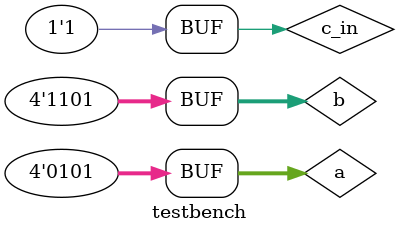
<source format=v>
`timescale 1ns/1ns
module testbench();

reg [3:0]a;
reg [3:0]b;
reg c_in;
wire [3:0]sum;
wire c_out;

FullAdder4 myUUT(
  .A(a)
  , .B(b)
  , .c_in(c_in)
  , .sum(sum)
  , .c_out(c_out)
);

initial begin
  a = 4'b0000;
  b = 4'b0000;
  c_in = 1'b0;
  
  #10;
  a = 4'b0011;
  b = 4'b1010;
  c_in = 1'b0;
  
  #10;
  a = 4'b0110;
  b = 4'b1011;
  c_in = 1'b1;
  
  #10;
  a = 4'b0101;
  b = 4'b1101;
  c_in = 1'b1;
  
  #10;
end



endmodule
</source>
